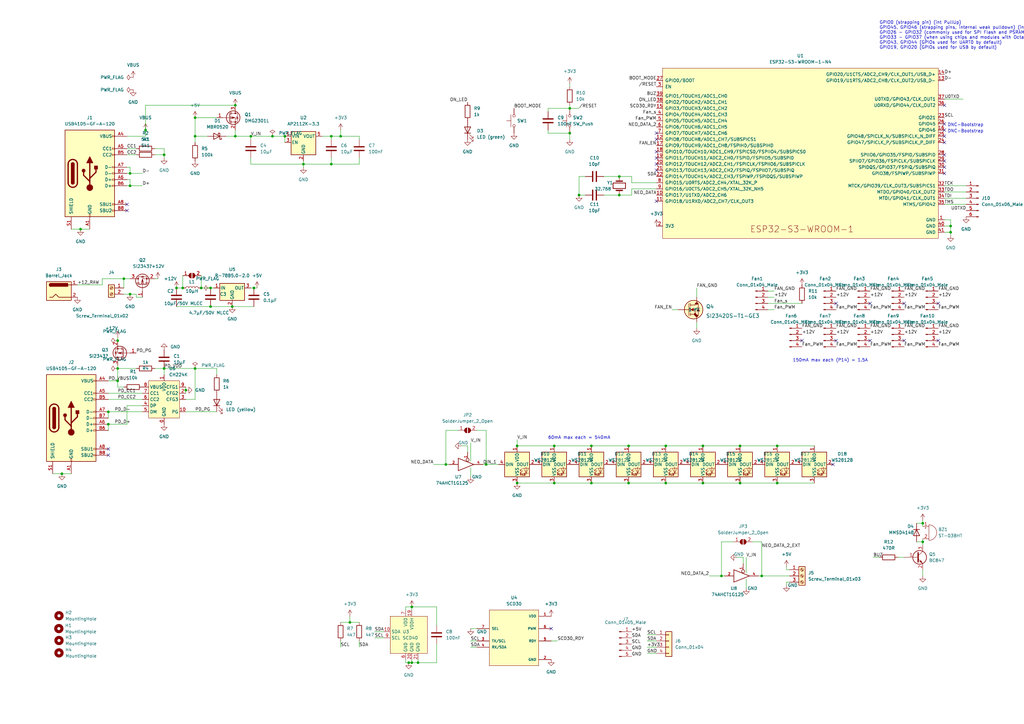
<source format=kicad_sch>
(kicad_sch (version 20211123) (generator eeschema)
  (paper "A3")
  (junction (at 257.81 198.12))
  (junction (at 378.46 214.63))
  (junction (at 53.34 76.2))
  (junction (at 96.52 43.18))
  (junction (at 288.29 182.88))
  (junction (at 143.51 255.27))
  (junction (at 312.42 236.22))
  (junction (at 254 72.39))
  (junction (at 254 80.01))
  (junction (at 303.53 198.12))
  (junction (at 53.34 120.65))
  (junction (at 257.81 182.88))
  (junction (at 44.45 173.99))
  (junction (at 303.53 182.88))
  (junction (at 227.33 182.88))
  (junction (at 95.25 125.73))
  (junction (at 59.69 53.34))
  (junction (at 199.39 190.5))
  (junction (at 50.8 114.3))
  (junction (at 237.49 80.01))
  (junction (at 111.76 55.88))
  (junction (at 389.89 92.71))
  (junction (at 295.91 236.22))
  (junction (at 82.55 118.11))
  (junction (at 67.31 63.5))
  (junction (at 182.88 190.5))
  (junction (at 378.46 222.25))
  (junction (at 167.64 271.78))
  (junction (at 318.77 182.88))
  (junction (at 80.01 55.88))
  (junction (at 53.34 71.12))
  (junction (at 135.89 55.88))
  (junction (at 242.57 198.12))
  (junction (at 227.33 198.12))
  (junction (at 212.09 198.12))
  (junction (at 86.36 118.11))
  (junction (at 124.46 67.31))
  (junction (at 72.39 118.11))
  (junction (at 86.36 125.73))
  (junction (at 273.05 198.12))
  (junction (at 116.84 55.88))
  (junction (at 80.01 48.26))
  (junction (at 74.93 118.11))
  (junction (at 25.4 194.31))
  (junction (at 171.45 271.78))
  (junction (at 168.91 248.92))
  (junction (at 212.09 182.88))
  (junction (at 48.26 151.13))
  (junction (at 104.14 118.11))
  (junction (at 44.45 168.91))
  (junction (at 48.26 156.21))
  (junction (at 242.57 182.88))
  (junction (at 233.68 44.45))
  (junction (at 48.26 139.7))
  (junction (at 168.91 271.78))
  (junction (at 318.77 198.12))
  (junction (at 233.68 54.61))
  (junction (at 273.05 182.88))
  (junction (at 288.29 198.12))
  (junction (at 76.2 160.02))
  (junction (at 102.87 55.88))
  (junction (at 80.01 151.13))
  (junction (at 96.52 55.88))
  (junction (at 139.7 55.88))
  (junction (at 135.89 67.31))
  (junction (at 67.31 151.13))
  (junction (at 33.02 93.98))
  (junction (at 389.89 95.25))
  (no_connect (at 387.35 55.88))
  (no_connect (at 356.87 139.7))
  (no_connect (at 387.35 53.34))
  (no_connect (at 370.84 124.46))
  (no_connect (at 387.35 63.5))
  (no_connect (at 269.24 54.61))
  (no_connect (at 387.35 58.42))
  (no_connect (at 269.24 64.77))
  (no_connect (at 384.81 124.46))
  (no_connect (at 52.07 83.82))
  (no_connect (at 356.87 124.46))
  (no_connect (at 387.35 50.8))
  (no_connect (at 387.35 68.58))
  (no_connect (at 44.45 186.69))
  (no_connect (at 269.24 69.85))
  (no_connect (at 341.63 190.5))
  (no_connect (at 387.35 66.04))
  (no_connect (at 342.9 124.46))
  (no_connect (at 269.24 82.55))
  (no_connect (at 269.24 57.15))
  (no_connect (at 269.24 67.31))
  (no_connect (at 226.06 257.81))
  (no_connect (at 342.9 139.7))
  (no_connect (at 384.81 139.7))
  (no_connect (at 44.45 184.15))
  (no_connect (at 328.93 139.7))
  (no_connect (at 269.24 62.23))
  (no_connect (at 387.35 43.18))
  (no_connect (at 52.07 86.36))
  (no_connect (at 387.35 71.12))
  (no_connect (at 370.84 139.7))
  (wire (pts (xy 193.04 257.81) (xy 195.58 257.81)))
  (wire (pts (xy 375.92 222.25) (xy 378.46 222.25)))
  (wire (pts (xy 254 80.01) (xy 259.08 80.01)))
  (wire (pts (xy 104.14 118.11) (xy 105.41 118.11)))
  (wire (pts (xy 76.2 168.91) (xy 88.9 168.91)))
  (wire (pts (xy 25.4 194.31) (xy 29.21 194.31)))
  (wire (pts (xy 226.06 262.89) (xy 228.6 262.89)))
  (wire (pts (xy 80.01 151.13) (xy 88.9 151.13)))
  (wire (pts (xy 143.51 252.73) (xy 143.51 255.27)))
  (wire (pts (xy 58.42 121.92) (xy 55.88 121.92)))
  (wire (pts (xy 88.9 151.13) (xy 88.9 153.67)))
  (wire (pts (xy 143.51 255.27) (xy 147.32 255.27)))
  (wire (pts (xy 74.93 113.03) (xy 74.93 118.11)))
  (wire (pts (xy 139.7 53.34) (xy 139.7 55.88)))
  (wire (pts (xy 167.64 271.78) (xy 168.91 271.78)))
  (wire (pts (xy 247.65 72.39) (xy 254 72.39)))
  (wire (pts (xy 76.2 160.02) (xy 76.2 161.29)))
  (wire (pts (xy 168.91 248.92) (xy 168.91 250.19)))
  (wire (pts (xy 358.14 228.6) (xy 360.68 228.6)))
  (wire (pts (xy 179.07 271.78) (xy 171.45 271.78)))
  (wire (pts (xy 80.01 48.26) (xy 80.01 55.88)))
  (wire (pts (xy 139.7 255.27) (xy 143.51 255.27)))
  (wire (pts (xy 212.09 182.88) (xy 227.33 182.88)))
  (wire (pts (xy 288.29 182.88) (xy 303.53 182.88)))
  (wire (pts (xy 44.45 161.29) (xy 58.42 161.29)))
  (wire (pts (xy 80.01 151.13) (xy 80.01 163.83)))
  (wire (pts (xy 86.36 118.11) (xy 87.63 118.11)))
  (wire (pts (xy 265.43 267.97) (xy 269.24 267.97)))
  (wire (pts (xy 53.34 76.2) (xy 58.42 76.2)))
  (wire (pts (xy 314.96 124.46) (xy 328.93 124.46)))
  (wire (pts (xy 387.35 90.17) (xy 389.89 90.17)))
  (wire (pts (xy 58.42 166.37) (xy 52.07 166.37)))
  (wire (pts (xy 322.58 232.41) (xy 322.58 233.68)))
  (wire (pts (xy 44.45 163.83) (xy 58.42 163.83)))
  (wire (pts (xy 67.31 153.67) (xy 67.31 151.13)))
  (wire (pts (xy 139.7 55.88) (xy 147.32 55.88)))
  (wire (pts (xy 135.89 55.88) (xy 135.89 57.15)))
  (wire (pts (xy 265.43 260.35) (xy 269.24 260.35)))
  (wire (pts (xy 48.26 138.43) (xy 48.26 139.7)))
  (wire (pts (xy 48.26 151.13) (xy 48.26 156.21)))
  (wire (pts (xy 53.34 73.66) (xy 53.34 76.2)))
  (wire (pts (xy 312.42 222.25) (xy 312.42 236.22)))
  (wire (pts (xy 318.77 198.12) (xy 334.01 198.12)))
  (wire (pts (xy 67.31 60.96) (xy 63.5 60.96)))
  (wire (pts (xy 132.08 55.88) (xy 135.89 55.88)))
  (wire (pts (xy 233.68 34.29) (xy 233.68 35.56)))
  (wire (pts (xy 36.83 93.98) (xy 33.02 93.98)))
  (wire (pts (xy 193.04 181.61) (xy 193.04 189.23)))
  (wire (pts (xy 80.01 48.26) (xy 88.9 48.26)))
  (wire (pts (xy 147.32 67.31) (xy 135.89 67.31)))
  (wire (pts (xy 48.26 149.86) (xy 48.26 151.13)))
  (wire (pts (xy 41.91 116.84) (xy 41.91 114.3)))
  (wire (pts (xy 233.68 43.18) (xy 233.68 44.45)))
  (wire (pts (xy 240.03 72.39) (xy 237.49 72.39)))
  (wire (pts (xy 166.37 250.19) (xy 166.37 248.92)))
  (wire (pts (xy 314.96 121.92) (xy 317.5 121.92)))
  (wire (pts (xy 179.07 248.92) (xy 168.91 248.92)))
  (wire (pts (xy 257.81 198.12) (xy 273.05 198.12)))
  (wire (pts (xy 273.05 198.12) (xy 288.29 198.12)))
  (wire (pts (xy 387.35 95.25) (xy 389.89 95.25)))
  (wire (pts (xy 48.26 158.75) (xy 48.26 156.21)))
  (wire (pts (xy 368.3 228.6) (xy 370.84 228.6)))
  (wire (pts (xy 50.8 120.65) (xy 53.34 120.65)))
  (wire (pts (xy 259.08 80.01) (xy 259.08 77.47)))
  (wire (pts (xy 191.77 182.88) (xy 191.77 185.42)))
  (wire (pts (xy 304.8 228.6) (xy 304.8 231.14)))
  (wire (pts (xy 80.01 55.88) (xy 80.01 58.42)))
  (wire (pts (xy 378.46 213.36) (xy 378.46 214.63)))
  (wire (pts (xy 21.59 194.31) (xy 25.4 194.31)))
  (wire (pts (xy 44.45 173.99) (xy 52.07 173.99)))
  (wire (pts (xy 44.45 168.91) (xy 44.45 171.45)))
  (wire (pts (xy 300.99 222.25) (xy 295.91 222.25)))
  (wire (pts (xy 389.89 90.17) (xy 389.89 92.71)))
  (wire (pts (xy 44.45 168.91) (xy 58.42 168.91)))
  (wire (pts (xy 233.68 44.45) (xy 224.79 44.45)))
  (wire (pts (xy 179.07 256.54) (xy 179.07 248.92)))
  (wire (pts (xy 179.07 264.16) (xy 179.07 271.78)))
  (wire (pts (xy 64.77 114.3) (xy 63.5 114.3)))
  (wire (pts (xy 318.77 182.88) (xy 334.01 182.88)))
  (wire (pts (xy 378.46 233.68) (xy 378.46 236.22)))
  (wire (pts (xy 53.34 68.58) (xy 53.34 71.12)))
  (wire (pts (xy 295.91 222.25) (xy 295.91 236.22)))
  (wire (pts (xy 182.88 190.5) (xy 184.15 190.5)))
  (wire (pts (xy 124.46 67.31) (xy 124.46 68.58)))
  (wire (pts (xy 41.91 114.3) (xy 50.8 114.3)))
  (wire (pts (xy 52.07 71.12) (xy 53.34 71.12)))
  (wire (pts (xy 59.69 43.18) (xy 96.52 43.18)))
  (wire (pts (xy 275.59 127) (xy 278.13 127)))
  (wire (pts (xy 182.88 176.53) (xy 182.88 190.5)))
  (wire (pts (xy 375.92 214.63) (xy 378.46 214.63)))
  (wire (pts (xy 85.09 55.88) (xy 80.01 55.88)))
  (wire (pts (xy 314.96 119.38) (xy 317.5 119.38)))
  (wire (pts (xy 82.55 118.11) (xy 86.36 118.11)))
  (wire (pts (xy 135.89 55.88) (xy 139.7 55.88)))
  (wire (pts (xy 82.55 113.03) (xy 82.55 118.11)))
  (wire (pts (xy 265.43 265.43) (xy 269.24 265.43)))
  (wire (pts (xy 306.07 237.49) (xy 306.07 241.3)))
  (wire (pts (xy 193.04 265.43) (xy 195.58 265.43)))
  (wire (pts (xy 50.8 158.75) (xy 48.26 158.75)))
  (wire (pts (xy 147.32 55.88) (xy 147.32 57.15)))
  (wire (pts (xy 44.45 173.99) (xy 44.45 176.53)))
  (wire (pts (xy 153.67 261.62) (xy 157.48 261.62)))
  (wire (pts (xy 67.31 63.5) (xy 67.31 64.77)))
  (wire (pts (xy 387.35 92.71) (xy 389.89 92.71)))
  (wire (pts (xy 285.75 118.11) (xy 285.75 121.92)))
  (wire (pts (xy 31.75 116.84) (xy 41.91 116.84)))
  (wire (pts (xy 212.09 198.12) (xy 227.33 198.12)))
  (wire (pts (xy 44.45 156.21) (xy 48.26 156.21)))
  (wire (pts (xy 52.07 73.66) (xy 53.34 73.66)))
  (wire (pts (xy 168.91 270.51) (xy 168.91 271.78)))
  (wire (pts (xy 387.35 40.64) (xy 394.97 40.64)))
  (wire (pts (xy 322.58 233.68) (xy 323.85 233.68)))
  (wire (pts (xy 378.46 220.98) (xy 378.46 222.25)))
  (wire (pts (xy 378.46 214.63) (xy 378.46 215.9)))
  (wire (pts (xy 86.36 125.73) (xy 95.25 125.73)))
  (wire (pts (xy 102.87 67.31) (xy 124.46 67.31)))
  (wire (pts (xy 50.8 114.3) (xy 53.34 114.3)))
  (wire (pts (xy 227.33 198.12) (xy 242.57 198.12)))
  (wire (pts (xy 76.2 158.75) (xy 76.2 160.02)))
  (wire (pts (xy 67.31 151.13) (xy 63.5 151.13)))
  (wire (pts (xy 312.42 222.25) (xy 308.61 222.25)))
  (wire (pts (xy 237.49 80.01) (xy 240.03 80.01)))
  (wire (pts (xy 199.39 176.53) (xy 195.58 176.53)))
  (wire (pts (xy 269.24 74.93) (xy 259.08 74.93)))
  (wire (pts (xy 52.07 55.88) (xy 59.69 55.88)))
  (wire (pts (xy 52.07 68.58) (xy 53.34 68.58)))
  (wire (pts (xy 302.26 228.6) (xy 304.8 228.6)))
  (wire (pts (xy 285.75 134.62) (xy 285.75 132.08)))
  (wire (pts (xy 290.83 236.22) (xy 295.91 236.22)))
  (wire (pts (xy 177.8 190.5) (xy 182.88 190.5)))
  (wire (pts (xy 242.57 182.88) (xy 257.81 182.88)))
  (wire (pts (xy 311.15 236.22) (xy 312.42 236.22)))
  (wire (pts (xy 259.08 77.47) (xy 269.24 77.47)))
  (wire (pts (xy 212.09 180.34) (xy 212.09 182.88)))
  (wire (pts (xy 59.69 53.34) (xy 59.69 43.18)))
  (wire (pts (xy 259.08 72.39) (xy 254 72.39)))
  (wire (pts (xy 387.35 78.74) (xy 396.24 78.74)))
  (wire (pts (xy 72.39 118.11) (xy 74.93 118.11)))
  (wire (pts (xy 166.37 270.51) (xy 166.37 271.78)))
  (wire (pts (xy 166.37 271.78) (xy 167.64 271.78)))
  (wire (pts (xy 52.07 76.2) (xy 53.34 76.2)))
  (wire (pts (xy 259.08 74.93) (xy 259.08 72.39)))
  (wire (pts (xy 72.39 125.73) (xy 86.36 125.73)))
  (wire (pts (xy 102.87 57.15) (xy 102.87 55.88)))
  (wire (pts (xy 198.12 190.5) (xy 199.39 190.5)))
  (wire (pts (xy 95.25 125.73) (xy 104.14 125.73)))
  (wire (pts (xy 55.88 121.92) (xy 55.88 120.65)))
  (wire (pts (xy 55.88 151.13) (xy 48.26 151.13)))
  (wire (pts (xy 67.31 63.5) (xy 67.31 60.96)))
  (wire (pts (xy 52.07 63.5) (xy 55.88 63.5)))
  (wire (pts (xy 322.58 238.76) (xy 322.58 240.03)))
  (wire (pts (xy 166.37 248.92) (xy 168.91 248.92)))
  (wire (pts (xy 306.07 228.6) (xy 306.07 234.95)))
  (wire (pts (xy 303.53 182.88) (xy 318.77 182.88)))
  (wire (pts (xy 102.87 55.88) (xy 111.76 55.88)))
  (wire (pts (xy 153.67 259.08) (xy 157.48 259.08)))
  (wire (pts (xy 52.07 166.37) (xy 52.07 173.99)))
  (wire (pts (xy 80.01 163.83) (xy 76.2 163.83)))
  (wire (pts (xy 199.39 190.5) (xy 204.47 190.5)))
  (wire (pts (xy 92.71 55.88) (xy 96.52 55.88)))
  (wire (pts (xy 193.04 191.77) (xy 193.04 195.58)))
  (wire (pts (xy 242.57 198.12) (xy 257.81 198.12)))
  (wire (pts (xy 273.05 182.88) (xy 288.29 182.88)))
  (wire (pts (xy 303.53 198.12) (xy 318.77 198.12)))
  (wire (pts (xy 224.79 54.61) (xy 224.79 53.34)))
  (wire (pts (xy 59.69 55.88) (xy 59.69 53.34)))
  (wire (pts (xy 227.33 182.88) (xy 242.57 182.88)))
  (wire (pts (xy 147.32 64.77) (xy 147.32 67.31)))
  (wire (pts (xy 135.89 67.31) (xy 124.46 67.31)))
  (wire (pts (xy 96.52 55.88) (xy 96.52 53.34)))
  (wire (pts (xy 224.79 54.61) (xy 233.68 54.61)))
  (wire (pts (xy 323.85 238.76) (xy 322.58 238.76)))
  (wire (pts (xy 52.07 60.96) (xy 55.88 60.96)))
  (wire (pts (xy 233.68 44.45) (xy 237.49 44.45)))
  (wire (pts (xy 224.79 44.45) (xy 224.79 45.72)))
  (wire (pts (xy 67.31 151.13) (xy 80.01 151.13)))
  (wire (pts (xy 63.5 63.5) (xy 67.31 63.5)))
  (wire (pts (xy 389.89 92.71) (xy 389.89 95.25)))
  (wire (pts (xy 139.7 262.89) (xy 139.7 265.43)))
  (wire (pts (xy 50.8 114.3) (xy 50.8 118.11)))
  (wire (pts (xy 199.39 190.5) (xy 199.39 176.53)))
  (wire (pts (xy 116.84 55.88) (xy 116.84 58.42)))
  (wire (pts (xy 265.43 262.89) (xy 269.24 262.89)))
  (wire (pts (xy 387.35 76.2) (xy 396.24 76.2)))
  (wire (pts (xy 288.29 198.12) (xy 303.53 198.12)))
  (wire (pts (xy 378.46 222.25) (xy 378.46 223.52)))
  (wire (pts (xy 189.23 182.88) (xy 191.77 182.88)))
  (wire (pts (xy 111.76 55.88) (xy 116.84 55.88)))
  (wire (pts (xy 171.45 271.78) (xy 168.91 271.78)))
  (wire (pts (xy 102.87 64.77) (xy 102.87 67.31)))
  (wire (pts (xy 237.49 72.39) (xy 237.49 80.01)))
  (wire (pts (xy 187.96 176.53) (xy 182.88 176.53)))
  (wire (pts (xy 233.68 57.15) (xy 233.68 54.61)))
  (wire (pts (xy 389.89 95.25) (xy 389.89 96.52)))
  (wire (pts (xy 314.96 127) (xy 317.5 127)))
  (wire (pts (xy 53.34 71.12) (xy 58.42 71.12)))
  (wire (pts (xy 147.32 262.89) (xy 147.32 265.43)))
  (wire (pts (xy 247.65 80.01) (xy 254 80.01)))
  (wire (pts (xy 193.04 262.89) (xy 195.58 262.89)))
  (wire (pts (xy 387.35 81.28) (xy 396.24 81.28)))
  (wire (pts (xy 312.42 236.22) (xy 323.85 236.22)))
  (wire (pts (xy 124.46 66.04) (xy 124.46 67.31)))
  (wire (pts (xy 29.21 93.98) (xy 33.02 93.98)))
  (wire (pts (xy 387.35 83.82) (xy 396.24 83.82)))
  (wire (pts (xy 135.89 64.77) (xy 135.89 67.31)))
  (wire (pts (xy 102.87 118.11) (xy 104.14 118.11)))
  (wire (pts (xy 55.88 120.65) (xy 53.34 120.65)))
  (wire (pts (xy 295.91 236.22) (xy 297.18 236.22)))
  (wire (pts (xy 171.45 270.51) (xy 171.45 271.78)))
  (wire (pts (xy 96.52 55.88) (xy 102.87 55.88)))
  (wire (pts (xy 257.81 182.88) (xy 273.05 182.88)))
  (text "DNC-Bootstrap" (at 388.62 54.61 0) (effects (font (size 1.27 1.27)) (justify left bottom)))
  (text "60mA max each = 540mA" (at 224.79 180.34 0) (effects (font (size 1.27 1.27)) (justify left bottom)))
  (text "GPIO0 (strapping pin) (int PullUp)\nGPIO45, GPIO46 (strapping pins, internal weak pulldown) (int pullDown)\nGPIO26 - GPIO32 (commonly used for SPI Flash and PSRAM)\nGPIO33 - GPIO37 (when using chips and modules with Octal SPI Flash or Octal PSRAM)\nGPIO43, GPIO44 (GPIOs used for UART0 by default)\nGPIO19, GPIO20 (GPIOs used for USB by default)" (at 360.68 20.32 0) (effects (font (size 1.27 1.27)) (justify left bottom)))
  (text "150mA max each (P14) = 1.5A" (at 325.12 148.59 0) (effects (font (size 1.27 1.27)) (justify left bottom)))
  (text "DNC-Bootstrap" (at 388.62 52.07 0) (effects (font (size 1.27 1.27)) (justify left bottom)))
  (label "{slash}RESET" (at 237.49 44.45 0))
  (label "PD_PG" (at 80.01 168.91 0))
  (label "TMS" (at 387.35 83.82 0))
  (label "NEO_DATA" (at 177.8 190.5 180))
  (label "SCL" (at 387.35 48.26 0))
  (label "D-" (at 387.35 33.02 0))
  (label "SCL" (at 259.08 264.16 0))
  (label "V_IN" (at 193.04 181.61 0))
  (label "SCL" (at 193.04 262.89 0))
  (label "FAN_EN" (at 269.24 59.69 180))
  (label "FAN_GND" (at 370.84 119.38 0))
  (label "Fan_PWM" (at 384.81 142.24 0))
  (label "SDA" (at 153.67 259.08 0))
  (label "GND" (at 259.08 266.7 0))
  (label "V_IN" (at 102.87 55.88 0))
  (label "SCL" (at 139.7 265.43 0))
  (label "NEO_DATA_2" (at 290.83 236.22 180))
  (label "TCK" (at 387.35 76.2 0))
  (label "TDO" (at 387.35 78.74 0))
  (label "D-" (at 58.42 71.12 0))
  (label "U0TXD" (at 387.35 40.64 0))
  (label "Fan_PWM" (at 342.9 142.24 0))
  (label "+12V" (at 342.9 121.92 0))
  (label "Fan_PWM" (at 356.87 127 0))
  (label "DIN_1" (at 198.12 190.5 0))
  (label "SDA" (at 259.08 261.62 0))
  (label "SCL" (at 153.67 261.62 0))
  (label "Fan_PWM" (at 370.84 127 0))
  (label "ON_LED" (at 269.24 41.91 180))
  (label "BOOT_MODE" (at 269.24 33.02 180))
  (label "+12_RAW" (at 31.75 116.84 0))
  (label "SDA" (at 265.43 262.89 0))
  (label "Fan_PWM" (at 342.9 127 0))
  (label "+12V" (at 370.84 121.92 0))
  (label "U0TXD" (at 396.24 86.36 180))
  (label "GND" (at 265.43 267.97 0))
  (label "FAN_GND" (at 285.75 118.11 0))
  (label "GND" (at 259.08 269.24 0))
  (label "ON_LED" (at 191.77 41.91 180))
  (label "V_IN" (at 306.07 228.6 0))
  (label "{slash}RESET" (at 269.24 35.56 180))
  (label "FAN_GND" (at 384.81 134.62 0))
  (label "FAN_GND" (at 328.93 134.62 0))
  (label "FAN_GND" (at 356.87 119.38 0))
  (label "+12V" (at 328.93 137.16 0))
  (label "FAN_GND" (at 317.5 119.38 0))
  (label "+12V" (at 356.87 121.92 0))
  (label "PD_CC2" (at 48.26 163.83 0))
  (label "+12V" (at 384.81 121.92 0))
  (label "TDI" (at 387.35 81.28 0))
  (label "Fan_PWM" (at 384.81 127 0))
  (label "Fan_PWM" (at 370.84 142.24 0))
  (label "+12V" (at 370.84 137.16 0))
  (label "+12V" (at 342.9 137.16 0))
  (label "PD_D-" (at 46.99 168.91 0))
  (label "BUZ" (at 269.24 39.37 180))
  (label "FAN_GND" (at 370.84 134.62 0))
  (label "BOOT_MODE" (at 210.82 44.45 0))
  (label "Fan_PWM" (at 317.5 127 0))
  (label "NEO_DATA" (at 269.24 80.01 180))
  (label "SCL" (at 265.43 260.35 0))
  (label "PD_D+" (at 46.99 173.99 0))
  (label "FAN_GND" (at 384.81 119.38 0))
  (label "BUZ" (at 358.14 228.6 0))
  (label "+12V" (at 356.87 137.16 0))
  (label "CC1" (at 52.07 60.96 0))
  (label "SDA" (at 147.32 265.43 0))
  (label "V_IN" (at 212.09 180.34 0))
  (label "PD_CC1" (at 48.26 161.29 0))
  (label "+12V" (at 384.81 137.16 0))
  (label "+5V" (at 259.08 259.08 0))
  (label "+3V3" (at 265.43 265.43 0))
  (label "PD_PG" (at 55.88 144.78 0))
  (label "NEO_DATA_2_EXT" (at 312.42 224.79 0))
  (label "D+" (at 387.35 30.48 0))
  (label "NEO_DATA_2" (at 269.24 52.07 180))
  (label "Fan_s" (at 317.5 124.46 0))
  (label "Fan_s" (at 269.24 46.99 180))
  (label "FAN_EN" (at 275.59 127 180))
  (label "SCD30_RDY" (at 228.6 262.89 0))
  (label "FAN_GND" (at 342.9 119.38 0))
  (label "FAN_GND" (at 356.87 134.62 0))
  (label "PD_VDD" (at 67.31 151.13 0))
  (label "SCD30_RDY" (at 269.24 44.45 180))
  (label "+12V" (at 317.5 121.92 0))
  (label "FAN_GND" (at 342.9 134.62 0))
  (label "D+" (at 58.42 76.2 0))
  (label "CC2" (at 52.07 63.5 0))
  (label "PD_VBUS" (at 44.45 156.21 0))
  (label "SDA" (at 269.24 72.39 180))
  (label "Fan_PWM" (at 356.87 142.24 0))
  (label "Fan_PWM" (at 328.93 142.24 0))
  (label "SDA" (at 193.04 265.43 0))
  (label "Fan_PWM" (at 269.24 49.53 180))
  (symbol (lib_id "Connector:Conn_01x04_Male") (at 365.76 121.92 0) (unit 1)
    (property "Reference" "Fan4" (at 366.395 114.3 0))
    (property "Value" "Conn_01x04_Male" (at 366.395 116.84 0))
    (property "Footprint" "Connector_Molex:Molex_KK-254_AE-6410-04A_1x04_P2.54mm_Vertical" (effects hide))
  )
  (symbol (lib_id "Device:Crystal") (at 254 76.2 90) (unit 1) (in_bom no)
    (property "Reference" "Y1" (at 248.92 74.93 90) (effects (justify right)))
    (property "Value" "32.768" (at 243.84 77.47 90) (effects (justify right)))
    (property "Footprint" "Crystal:Crystal_SMD_3215-2Pin_3.2x1.5mm" (effects hide))
    (property "Digikey" "CM7VT1A32.768KHZ125PF20PPMTBQAT3" (effects hide))
  )
  (symbol (lib_id "Device:R") (at 88.9 157.48 0) (unit 1)
    (property "Reference" "R6" (at 91.44 156.2099 0) (effects (justify left)))
    (property "Value" "1k" (at 91.44 158.7499 0) (effects (justify left)))
    (property "Footprint" "Resistor_SMD:R_0603_1608Metric" (effects hide))
  )
  (symbol (lib_id "Connector:Screw_Terminal_01x03") (at 328.93 236.22 0) (unit 1)
    (property "Reference" "J5" (at 331.47 234.9499 0) (effects (justify left)))
    (property "Value" "Screw_Terminal_01x03" (at 331.47 237.4899 0) (effects (justify left)))
    (property "Footprint" "TerminalBlock_Phoenix:TerminalBlock_Phoenix_MKDS-1,5-3-5.08_1x03_P5.08mm_Horizontal" (effects hide))
  )
  (symbol (lib_id "power:GND") (at 322.58 240.03 0) (unit 1)
    (property "Reference" "#PWR041" (effects hide))
    (property "Value" "GND" (at 325.12 240.03 0))
  )
  (symbol (lib_id "Device:C") (at 135.89 60.96 0) (unit 1)
    (property "Reference" "C6" (at 139.7 59.6899 0) (effects (justify left)))
    (property "Value" "10μF" (at 139.7 62.2299 0) (effects (justify left)))
    (property "Footprint" "Capacitor_SMD:C_0805_2012Metric" (effects hide))
  )
  (symbol (lib_id "power:+12V") (at 72.39 118.11 0) (unit 1)
    (property "Reference" "#PWR013" (effects hide))
    (property "Value" "+12V" (at 69.85 114.3 0))
  )
  (symbol (lib_id "LED:WS2812B") (at 288.29 190.5 0) (unit 1)
    (property "Reference" "D15" (at 299.72 186.1693 0))
    (property "Value" "WS2812B" (at 299.72 188.7093 0))
    (property "Footprint" "LED_SMD:LED_WS2812B_PLCC4_5.0x5.0mm_P3.2mm" (effects hide))
    (property "Datasheet" "https://cdn-shop.adafruit.com/datasheets/WS2812B.pdf" (effects hide))
  )
  (symbol (lib_name "+3V3_3") (lib_id "power:+3V3") (at 226.06 252.73 0) (unit 1)
    (property "Reference" "#PWR0103" (effects hide))
    (property "Value" "+3V3" (at 226.06 247.65 0))
  )
  (symbol (lib_id "Device:R") (at 54.61 158.75 90) (unit 1)
    (property "Reference" "R1" (at 54.61 152.4 90))
    (property "Value" "10k" (at 54.61 154.94 90))
    (property "Footprint" "Resistor_SMD:R_0603_1608Metric" (effects hide))
  )
  (symbol (lib_id "power:+12V") (at 48.26 138.43 0) (unit 1)
    (property "Reference" "#PWR04" (effects hide))
    (property "Value" "+12V" (at 45.72 134.62 0))
  )
  (symbol (lib_id "power:GND") (at 389.89 96.52 0) (unit 1)
    (property "Reference" "#PWR045" (effects hide))
    (property "Value" "GND" (at 389.89 101.6 0))
  )
  (symbol (lib_id "LED:WS2812B") (at 242.57 190.5 0) (unit 1)
    (property "Reference" "D12" (at 254 186.1693 0))
    (property "Value" "WS2812B" (at 254 188.7093 0))
    (property "Footprint" "LED_SMD:LED_WS2812B_PLCC4_5.0x5.0mm_P3.2mm" (effects hide))
    (property "Datasheet" "https://cdn-shop.adafruit.com/datasheets/WS2812B.pdf" (effects hide))
  )
  (symbol (lib_id "Device:R") (at 80.01 62.23 180) (unit 1)
    (property "Reference" "R5" (at 82.55 60.9599 0) (effects (justify right)))
    (property "Value" "100k" (at 82.55 63.4999 0) (effects (justify right)))
    (property "Footprint" "Resistor_SMD:R_0603_1608Metric" (effects hide))
  )
  (symbol (lib_id "Mechanical:MountingHole") (at 24.1932 252.5401 0) (unit 1) (in_bom no)
    (property "Reference" "H2" (at 26.7332 251.27 0) (effects (justify left)))
    (property "Value" "MountingHole" (at 26.7332 253.81 0) (effects (justify left)))
    (property "Footprint" "MountingHole:MountingHole_3.5mm" (effects hide))
  )
  (symbol (lib_id "power:GND") (at 233.68 57.15 0) (unit 1)
    (property "Reference" "#PWR034" (effects hide))
    (property "Value" "GND" (at 233.68 62.23 0))
  )
  (symbol (lib_id "Connector:USB_C_Receptacle_USB2.0") (at 36.83 71.12 0) (unit 1)
    (property "Reference" "J1" (at 36.83 48.26 0))
    (property "Value" "USB4105-GF-A-120" (at 36.83 50.8 0))
    (property "Footprint" "Connector_USB:USB_C_Receptacle_XKB_U262-16XN-4BVC11" (effects hide))
    (property "Datasheet" "https://gct.co/files/drawings/usb4105.pdf" (effects hide))
    (property "DigiKey" "https://www.digikey.co.nz/en/products/detail/gct/USB4105-GF-A-120/14559037" (effects hide))
    (property "JLCPCB" "TYPE-C-31-M-12" (effects hide))
  )
  (symbol (lib_id "power:GND") (at 33.02 93.98 0) (unit 1)
    (property "Reference" "#PWR03" (effects hide))
    (property "Value" "GND" (at 33.02 99.06 0))
  )
  (symbol (lib_id "power:GND") (at 189.23 182.88 270) (unit 1)
    (property "Reference" "#PWR025" (effects hide))
    (property "Value" "GND" (at 187.96 181.61 90) (effects (justify left)))
  )
  (symbol (lib_id "Device:R") (at 191.77 45.72 0) (unit 1)
    (property "Reference" "R9" (at 194.31 44.4499 0) (effects (justify left)))
    (property "Value" "1k" (at 194.31 46.9899 0) (effects (justify left)))
    (property "Footprint" "Resistor_SMD:R_0603_1608Metric" (effects hide))
  )
  (symbol (lib_id "Connector_Generic:Conn_01x04") (at 274.32 262.89 0) (unit 1)
    (property "Reference" "J6" (at 276.86 262.8899 0) (effects (justify left)))
    (property "Value" "Conn_01x04" (at 276.86 265.4299 0) (effects (justify left)))
    (property "Footprint" "Connector_JST:JST_PH_B4B-PH-K_1x04_P2.00mm_Vertical" (effects hide))
  )
  (symbol (lib_id "CH224K_USB-C_PD_decoy:CH224K") (at 67.31 163.83 0) (unit 1)
    (property "Reference" "U6" (at 69.3294 151.13 0) (effects (justify left)))
    (property "Value" "CH224K" (at 69.3294 153.67 0) (effects (justify left)))
    (property "Footprint" "CH224K:CH224K-ESSOP-10" (effects hide))
  )
  (symbol (lib_id "Device:C") (at 243.84 80.01 90) (unit 1) (in_bom no)
    (property "Reference" "C11" (at 243.84 83.82 90))
    (property "Value" "10pF" (at 243.84 86.36 90))
    (property "Footprint" "Capacitor_SMD:C_0603_1608Metric" (effects hide))
  )
  (symbol (lib_id "Connector:Screw_Terminal_01x02") (at 45.72 118.11 0) (mirror y) (unit 1)
    (property "Reference" "J4" (at 45.72 111.76 0))
    (property "Value" "Screw_Terminal_01x02" (at 41.91 129.54 0))
    (property "Footprint" "TerminalBlock_Phoenix:TerminalBlock_Phoenix_MKDS-1,5-2-5.08_1x02_P5.08mm_Horizontal" (effects hide))
  )
  (symbol (lib_id "Device:R") (at 328.93 120.65 0) (unit 1)
    (property "Reference" "R11" (at 331.47 119.3799 0) (effects (justify left)))
    (property "Value" "10k" (at 331.47 121.9199 0) (effects (justify left)))
    (property "Footprint" "Resistor_SMD:R_0603_1608Metric" (effects hide))
  )
  (symbol (lib_id "power:GND") (at 76.2 160.02 90) (unit 1)
    (property "Reference" "#PWR014" (effects hide))
    (property "Value" "GND" (at 80.01 160.0199 90) (effects (justify right)))
  )
  (symbol (lib_id "Device:C") (at 147.32 60.96 0) (unit 1)
    (property "Reference" "C7" (at 151.13 59.6899 0) (effects (justify left)))
    (property "Value" "100nF" (at 151.13 62.2299 0) (effects (justify left)))
    (property "Footprint" "Capacitor_SMD:C_0603_1608Metric" (effects hide))
  )
  (symbol (lib_id "Jumper:SolderJumper_2_Open") (at 78.74 113.03 0) (unit 1) (in_bom no)
    (property "Reference" "JP1" (effects hide))
    (property "Value" "SolderJumper_2_Open" (effects hide))
    (property "Footprint" "Jumper:SolderJumper-2_P1.3mm_Open_TrianglePad1.0x1.5mm" (effects hide))
  )
  (symbol (lib_id "power:GND") (at 396.24 88.9 0) (unit 1)
    (property "Reference" "#PWR021" (effects hide))
    (property "Value" "GND" (at 396.24 93.98 0))
  )
  (symbol (lib_id "power:PWR_FLAG") (at 54.61 36.83 90) (unit 1)
    (property "Reference" "#FLG02" (effects hide))
    (property "Value" "PWR_FLAG" (at 50.8 36.8299 90) (effects (justify left)))
  )
  (symbol (lib_id "Device:LED") (at 88.9 165.1 90) (unit 1)
    (property "Reference" "D2" (at 92.71 165.4174 90) (effects (justify right)))
    (property "Value" "LED (yellow)" (at 92.71 167.9574 90) (effects (justify right)))
    (property "Footprint" "LED_SMD:LED_0805_2012Metric" (effects hide))
  )
  (symbol (lib_id "Connector:Conn_01x04_Male") (at 309.88 121.92 0) (unit 1)
    (property "Reference" "Fan1" (at 310.515 114.3 0))
    (property "Value" "Conn_01x04_Male" (at 310.515 116.84 0))
    (property "Footprint" "Connector_Molex:Molex_KK-254_AE-6410-04A_1x04_P2.54mm_Vertical" (effects hide))
  )
  (symbol (lib_name "+3V3_2") (lib_id "power:+3V3") (at 168.91 248.92 0) (unit 1)
    (property "Reference" "#PWR0102" (effects hide))
    (property "Value" "+3V3" (at 168.91 243.84 0))
  )
  (symbol (lib_id "power:PWR_FLAG") (at 48.26 139.7 90) (unit 1)
    (property "Reference" "#FLG05" (effects hide))
    (property "Value" "PWR_FLAG" (at 46.99 135.89 90))
  )
  (symbol (lib_name "+3V3_6") (lib_id "power:+3V3") (at 328.93 116.84 0) (unit 1)
    (property "Reference" "#PWR0106" (effects hide))
    (property "Value" "+3V3" (at 328.93 111.76 0))
  )
  (symbol (lib_id "Device:R") (at 139.7 259.08 180) (unit 1)
    (property "Reference" "R7" (at 142.24 257.8099 0) (effects (justify right)))
    (property "Value" "4k7" (at 142.24 260.3499 0) (effects (justify right)))
    (property "Footprint" "Resistor_SMD:R_0603_1608Metric" (effects hide))
  )
  (symbol (lib_id "power:GND") (at 191.77 57.15 0) (unit 1)
    (property "Reference" "#PWR026" (effects hide))
    (property "Value" "GND" (at 191.77 62.23 0))
  )
  (symbol (lib_id "LED:WS2812B") (at 212.09 190.5 0) (unit 1)
    (property "Reference" "D10" (at 223.52 186.1693 0))
    (property "Value" "WS2812B" (at 223.52 188.7093 0))
    (property "Footprint" "LED_SMD:LED_WS2812B_PLCC4_5.0x5.0mm_P3.2mm" (effects hide))
    (property "Datasheet" "https://cdn-shop.adafruit.com/datasheets/WS2812B.pdf" (effects hide))
  )
  (symbol (lib_id "Connector:Conn_01x04_Male") (at 365.76 137.16 0) (unit 1)
    (property "Reference" "Fan9" (at 366.395 129.54 0))
    (property "Value" "Conn_01x04_Male" (at 366.395 132.08 0))
    (property "Footprint" "Connector_Molex:Molex_KK-254_AE-6410-04A_1x04_P2.54mm_Vertical" (effects hide))
  )
  (symbol (lib_id "Device:R") (at 59.69 63.5 90) (unit 1)
    (property "Reference" "R3" (at 59.69 57.15 90))
    (property "Value" "5k1" (at 59.69 59.69 90))
    (property "Footprint" "Resistor_SMD:R_0603_1608Metric" (effects hide))
  )
  (symbol (lib_id "Device:C") (at 224.79 49.53 0) (unit 1)
    (property "Reference" "C9" (at 228.6 48.2599 0) (effects (justify left)))
    (property "Value" "100nF" (at 228.6 50.7999 0) (effects (justify left)))
    (property "Footprint" "Capacitor_SMD:C_0603_1608Metric" (effects hide))
  )
  (symbol (lib_id "power:GND") (at 193.04 195.58 0) (unit 1)
    (property "Reference" "#PWR027" (effects hide))
    (property "Value" "GND" (at 195.58 195.58 0))
  )
  (symbol (lib_id "SCD30:SCD30") (at 210.82 262.89 0) (unit 1) (in_bom no)
    (property "Reference" "U4" (at 210.82 245.11 0))
    (property "Value" "SCD30" (at 210.82 247.65 0))
    (property "Footprint" "SCD30:SCD30" (effects hide))
    (property "MAXIMUM_PACKAGE_HEIGHT" "7.0mm" (effects hide))
    (property "PARTREV" "D1" (effects hide))
    (property "MANUFACTURER" "Sensirion" (effects hide))
    (property "STANDARD" "Manufacturer Recommendations" (effects hide))
  )
  (symbol (lib_id "Device:Buzzer") (at 381 218.44 0) (unit 1)
    (property "Reference" "BZ1" (at 384.81 217.1699 0) (effects (justify left)))
    (property "Value" "ST-03BHT" (at 384.81 219.7099 0) (effects (justify left)))
    (property "Footprint" "ST-03BHT:XDCR_SMT-0827-S-HT-R" (effects hide))
    (property "Datasheet" "https://www.soberton.com/wp-content/uploads/2022/03/ST-03BHT.pdf" (effects hide))
    (property "DigiKey" "https://www.digikey.co.nz/en/products/detail/soberton-inc/ST-03BHT/16354830" (effects hide))
  )
  (symbol (lib_id "power:GND") (at 54.61 36.83 0) (unit 1)
    (property "Reference" "#PWR07" (effects hide))
    (property "Value" "GND" (at 54.61 41.91 0))
  )
  (symbol (lib_id "LED:WS2812B") (at 318.77 190.5 0) (unit 1)
    (property "Reference" "D17" (at 330.2 186.1693 0))
    (property "Value" "WS2812B" (at 330.2 188.7093 0))
    (property "Footprint" "LED_SMD:LED_WS2812B_PLCC4_5.0x5.0mm_P3.2mm" (effects hide))
    (property "Datasheet" "https://cdn-shop.adafruit.com/datasheets/WS2812B.pdf" (effects hide))
  )
  (symbol (lib_id "Transistor_FET:DMG2301L") (at 93.98 48.26 0) (unit 1)
    (property "Reference" "Q1" (at 100.33 46.9899 0) (effects (justify left)))
    (property "Value" "DMG2301L" (at 100.33 49.5299 0) (effects (justify left)))
    (property "Footprint" "Package_TO_SOT_SMD:SOT-23" (effects hide))
    (property "Datasheet" "https://www.diodes.com/assets/Datasheets/DMG2301L.pdf" (effects hide))
  )
  (symbol (lib_id "power:VBUS") (at 96.52 43.18 0) (unit 1)
    (property "Reference" "#PWR018" (effects hide))
    (property "Value" "VBUS" (at 96.52 38.1 0))
  )
  (symbol (lib_id "Regulator_Linear:AP2112K-3.3") (at 124.46 58.42 0) (unit 1)
    (property "Reference" "U2" (at 124.46 48.26 0))
    (property "Value" "AP2112K-3.3" (at 124.46 50.8 0))
    (property "Footprint" "Package_TO_SOT_SMD:SOT-23-5" (effects hide))
    (property "Datasheet" "https://www.diodes.com/assets/Datasheets/AP2112.pdf" (effects hide))
  )
  (symbol (lib_id "power:GND") (at 124.46 68.58 0) (unit 1)
    (property "Reference" "#PWR020" (effects hide))
    (property "Value" "GND" (at 124.46 73.66 0))
  )
  (symbol (lib_id "power:GND") (at 67.31 143.51 180) (unit 1)
    (property "Reference" "#PWR011" (effects hide))
    (property "Value" "GND" (at 69.85 142.2399 0) (effects (justify right)))
  )
  (symbol (lib_id "LED:WS2812B") (at 334.01 190.5 0) (unit 1)
    (property "Reference" "D18" (at 345.44 186.1693 0))
    (property "Value" "WS2812B" (at 345.44 188.7093 0))
    (property "Footprint" "LED_SMD:LED_WS2812B_PLCC4_5.0x5.0mm_P3.2mm" (effects hide))
    (property "Datasheet" "https://cdn-shop.adafruit.com/datasheets/WS2812B.pdf" (effects hide))
  )
  (symbol (lib_id "power:PWR_FLAG") (at 54.61 31.75 90) (unit 1)
    (property "Reference" "#FLG01" (effects hide))
    (property "Value" "PWR_FLAG" (at 50.8 31.7499 90) (effects (justify left)))
  )
  (symbol (lib_id "Regulator_Switching:R-78B5.0-2.0") (at 95.25 118.11 0) (unit 1)
    (property "Reference" "U5" (at 95.25 110.49 0))
    (property "Value" "R-78B5.0-2.0" (at 95.25 113.03 0))
    (property "Footprint" "Converter_DCDC:Converter_DCDC_RECOM_R-78B-2.0_THT" (effects hide))
    (property "Datasheet" "https://www.recom-power.com/pdf/Innoline/R-78Bxx-2.0.pdf" (effects hide))
    (property "Value2" "MEZD71202A-G" (effects hide))
    (property "Distro2" "https://nz.element14.com/monolithic-power-systems-mps/mezd71202a-g/dc-dc-converter-5v-2a/dp/3346295" (effects hide))
  )
  (symbol (lib_id "power:VBUS") (at 59.69 53.34 0) (unit 1)
    (property "Reference" "#PWR08" (effects hide))
    (property "Value" "VBUS" (at 59.69 48.26 0))
  )
  (symbol (lib_id "Device:R") (at 59.69 60.96 90) (unit 1)
    (property "Reference" "R2" (at 59.69 54.61 90))
    (property "Value" "5k1" (at 59.69 57.15 90))
    (property "Footprint" "Resistor_SMD:R_0603_1608Metric" (effects hide))
  )
  (symbol (lib_id "Mechanical:MountingHole") (at 24.13 257.81 0) (unit 1) (in_bom no)
    (property "Reference" "H1" (at 26.67 256.5399 0) (effects (justify left)))
    (property "Value" "MountingHole" (at 26.67 259.0799 0) (effects (justify left)))
    (property "Footprint" "MountingHole:MountingHole_3.5mm" (effects hide))
  )
  (symbol (lib_id "Connector:Conn_01x04_Male") (at 351.79 137.16 0) (unit 1)
    (property "Reference" "Fan8" (at 352.425 129.54 0))
    (property "Value" "Conn_01x04_Male" (at 352.425 132.08 0))
    (property "Footprint" "Connector_Molex:Molex_KK-254_AE-6410-04A_1x04_P2.54mm_Vertical" (effects hide))
  )
  (symbol (lib_id "power:GND") (at 212.09 198.12 0) (unit 1)
    (property "Reference" "#PWR030" (effects hide))
    (property "Value" "GND" (at 212.09 203.2 0))
  )
  (symbol (lib_id "power:PWR_FLAG") (at 80.01 151.13 0) (unit 1)
    (property "Reference" "#FLG0102" (effects hide))
    (property "Value" "PWR_FLAG" (at 82.55 149.8599 0) (effects (justify left)))
  )
  (symbol (lib_id "Transistor_FET:DMG2301L") (at 50.8 144.78 180) (unit 1)
    (property "Reference" "Q3" (at 44.45 143.5099 0) (effects (justify left)))
    (property "Value" "SI2343?" (at 44.45 146.0499 0) (effects (justify left)))
    (property "Footprint" "Package_TO_SOT_SMD:SOT-23" (effects hide))
    (property "Datasheet" "https://www.diodes.com/assets/Datasheets/DMG2301L.pdf" (effects hide))
  )
  (symbol (lib_id "LED:WS2812B") (at 227.33 190.5 0) (unit 1)
    (property "Reference" "D11" (at 238.76 186.1693 0))
    (property "Value" "WS2812B" (at 238.76 188.7093 0))
    (property "Footprint" "LED_SMD:LED_WS2812B_PLCC4_5.0x5.0mm_P3.2mm" (effects hide))
    (property "Datasheet" "https://cdn-shop.adafruit.com/datasheets/WS2812B.pdf" (effects hide))
  )
  (symbol (lib_id "Jumper:SolderJumper_2_Open") (at 191.77 176.53 0) (unit 1) (in_bom no)
    (property "Reference" "JP2" (at 191.77 170.18 0))
    (property "Value" "SolderJumper_2_Open" (at 191.77 172.72 0))
    (property "Footprint" "Jumper:SolderJumper-2_P1.3mm_Open_TrianglePad1.0x1.5mm" (effects hide))
  )
  (symbol (lib_id "power:GND") (at 193.04 257.81 0) (unit 1)
    (property "Reference" "#PWR028" (effects hide))
    (property "Value" "GND" (at 195.58 259.0799 0) (effects (justify left)))
  )
  (symbol (lib_id "Switch:SW_Push") (at 210.82 49.53 90) (unit 1)
    (property "Reference" "SW1" (at 212.09 49.5299 90) (effects (justify right)))
    (property "Value" "SW_Push" (effects hide))
    (property "Footprint" "Button_Switch_SMD:SW_Push_1P1T_NO_CK_KMR2" (effects hide))
    (property "Datasheet" "https://www.cuidevices.com/product/resource/digikeypdf/ts11.pdf" (effects hide))
    (property "DigiKey" "https://www.digikey.co.nz/en/products/detail/cui-devices/TS11-674-80-BK-160-RA-D/16562749" (effects hide))
  )
  (symbol (lib_id "Device:L") (at 78.74 118.11 90) (unit 1)
    (property "Reference" "L1" (at 78.74 115.57 90))
    (property "Value" "10μH" (at 78.74 119.38 90))
    (property "Footprint" "Inductor_SMD:L_Taiyo-Yuden_NR-60xx" (effects hide))
  )
  (symbol (lib_id "Device:LED") (at 191.77 53.34 90) (unit 1)
    (property "Reference" "D3" (at 195.58 53.6574 90) (effects (justify right)))
    (property "Value" "LED (green)" (at 195.58 56.1974 90) (effects (justify right)))
    (property "Footprint" "LED_SMD:LED_0805_2012Metric" (effects hide))
  )
  (symbol (lib_id "power:PWR_FLAG") (at 86.36 118.11 90) (unit 1)
    (property "Reference" "#FLG0101" (effects hide))
    (property "Value" "PWR_FLAG" (at 85.09 114.3 90))
  )
  (symbol (lib_id "Transistor_FET:DMG2301L") (at 58.42 116.84 90) (unit 1)
    (property "Reference" "Q2" (at 58.42 106.68 90))
    (property "Value" "SI2343?" (at 58.42 109.22 90))
    (property "Footprint" "Package_TO_SOT_SMD:SOT-23" (effects hide))
    (property "Datasheet" "https://www.diodes.com/assets/Datasheets/DMG2301L.pdf" (effects hide))
  )
  (symbol (lib_id "power:GND") (at 31.75 121.92 0) (unit 1)
    (property "Reference" "#PWR02" (effects hide))
    (property "Value" "GND" (at 31.75 127 0))
  )
  (symbol (lib_id "SCD40:SCD40") (at 167.64 260.35 0) (unit 1)
    (property "Reference" "U3" (at 165.1 259.08 0) (effects (justify left)))
    (property "Value" "SCD40" (at 165.1 261.62 0) (effects (justify left)))
    (property "Footprint" "SCD40:SCD40-D-R1" (effects hide))
  )
  (symbol (lib_id "Device:R") (at 364.49 228.6 90) (unit 1)
    (property "Reference" "R12" (at 364.49 222.25 90))
    (property "Value" "470R" (at 364.49 224.79 90))
    (property "Footprint" "Resistor_SMD:R_0603_1608Metric" (effects hide))
  )
  (symbol (lib_id "Connector:Conn_01x04_Male") (at 379.73 121.92 0) (unit 1)
    (property "Reference" "Fan5" (at 380.365 114.3 0))
    (property "Value" "Conn_01x04_Male" (at 380.365 116.84 0))
    (property "Footprint" "Connector_Molex:Molex_KK-254_AE-6410-04A_1x04_P2.54mm_Vertical" (effects hide))
  )
  (symbol (lib_id "Connector:Conn_01x06_Male") (at 401.32 81.28 0) (mirror y) (unit 1)
    (property "Reference" "J10" (at 402.59 81.2799 0) (effects (justify right)))
    (property "Value" "Conn_01x06_Male" (at 402.59 83.8199 0) (effects (justify right)))
    (property "Footprint" "Connector_PinHeader_2.54mm:PinHeader_1x06_P2.54mm_Vertical" (effects hide))
  )
  (symbol (lib_id "LED:WS2812B") (at 303.53 190.5 0) (unit 1)
    (property "Reference" "D16" (at 314.96 186.1693 0))
    (property "Value" "WS2812B" (at 314.96 188.7093 0))
    (property "Footprint" "LED_SMD:LED_WS2812B_PLCC4_5.0x5.0mm_P3.2mm" (effects hide))
    (property "Datasheet" "https://cdn-shop.adafruit.com/datasheets/WS2812B.pdf" (effects hide))
  )
  (symbol (lib_name "+3V3_1") (lib_id "power:+3V3") (at 143.51 252.73 0) (unit 1)
    (property "Reference" "#PWR0101" (effects hide))
    (property "Value" "+3V3" (at 143.51 247.65 0))
  )
  (symbol (lib_id "power:GND") (at 67.31 173.99 0) (unit 1)
    (property "Reference" "#PWR012" (effects hide))
    (property "Value" "GND" (at 67.31 179.07 0))
  )
  (symbol (lib_id "Mechanical:MountingHole") (at 24.1932 267.7801 0) (unit 1) (in_bom no)
    (property "Reference" "H4" (at 26.7332 266.51 0) (effects (justify left)))
    (property "Value" "MountingHole" (at 26.7332 269.05 0) (effects (justify left)))
    (property "Footprint" "MountingHole:MountingHole_3.5mm" (effects hide))
  )
  (symbol (lib_id "power:GND") (at 306.07 241.3 0) (unit 1)
    (property "Reference" "#PWR039" (effects hide))
    (property "Value" "GND" (at 308.61 241.3 0))
  )
  (symbol (lib_id "Mechanical:MountingHole") (at 24.1932 262.7001 0) (unit 1) (in_bom no)
    (property "Reference" "H3" (at 26.7332 261.43 0) (effects (justify left)))
    (property "Value" "MountingHole" (at 26.7332 263.97 0) (effects (justify left)))
    (property "Footprint" "MountingHole:MountingHole_3.5mm" (effects hide))
  )
  (symbol (lib_id "Connector:USB_C_Receptacle_USB2.0") (at 29.21 171.45 0) (unit 1)
    (property "Reference" "J2" (at 29.21 148.59 0))
    (property "Value" "USB4105-GF-A-120" (at 29.21 151.13 0))
    (property "Footprint" "Connector_USB:USB_C_Receptacle_XKB_U262-16XN-4BVC11" (effects hide))
    (property "Datasheet" "https://media.digikey.com/pdf/Data%20Sheets/GCT%20PDFs/USB4125%20-%20Product%20Drawing.pdf" (effects hide))
    (property "DigiKey" "https://www.digikey.co.nz/en/products/detail/gct/USB4125-GF-A/13547388" (effects hide))
    (property "JLCPCB" "TYPE-C-31-M-12" (effects hide))
  )
  (symbol (lib_id "power:PWR_FLAG") (at 111.76 55.88 0) (unit 1)
    (property "Reference" "#FLG04" (effects hide))
    (property "Value" "PWR_FLAG" (at 114.3 54.6099 0) (effects (justify left)))
  )
  (symbol (lib_id "Device:R") (at 59.69 151.13 90) (unit 1)
    (property "Reference" "R4" (at 59.69 151.13 90))
    (property "Value" "1k" (at 59.69 148.59 90))
    (property "Footprint" "Resistor_SMD:R_0603_1608Metric" (effects hide))
  )
  (symbol (lib_id "Connector:Conn_01x04_Male") (at 323.85 137.16 0) (unit 1)
    (property "Reference" "Fan6" (at 324.485 129.54 0))
    (property "Value" "Conn_01x04_Male" (at 324.485 132.08 0))
    (property "Footprint" "Connector_Molex:Molex_KK-254_AE-6410-04A_1x04_P2.54mm_Vertical" (effects hide))
  )
  (symbol (lib_id "power:+12V") (at 64.77 114.3 0) (unit 1)
    (property "Reference" "#PWR09" (effects hide))
    (property "Value" "+12V" (at 64.77 109.22 0))
  )
  (symbol (lib_id "Device:C") (at 86.36 121.92 0) (unit 1)
    (property "Reference" "C3" (at 90.17 120.6499 0) (effects (justify left)))
    (property "Value" "4.7μF/50V MLCC" (at 77.47 128.27 0) (effects (justify left)))
    (property "Footprint" "Capacitor_SMD:C_1210_3225Metric" (effects hide))
  )
  (symbol (lib_id "74xGxx:74AHCT1G125") (at 191.77 190.5 0) (unit 1)
    (property "Reference" "U7" (at 187.96 195.58 0))
    (property "Value" "74AHCT1G125" (at 185.42 198.12 0))
    (property "Footprint" "Package_TO_SOT_SMD:SOT-23-5" (effects hide))
    (property "Datasheet" "http://www.ti.com/lit/sg/scyt129e/scyt129e.pdf" (effects hide))
  )
  (symbol (lib_id "Device:C") (at 179.07 260.35 0) (unit 1)
    (property "Reference" "C8" (at 182.88 259.0799 0) (effects (justify left)))
    (property "Value" "100nF" (at 182.88 261.6199 0) (effects (justify left)))
    (property "Footprint" "Capacitor_SMD:C_0603_1608Metric" (effects hide))
  )
  (symbol (lib_id "Connector:Barrel_Jack") (at 24.13 119.38 0) (unit 1)
    (property "Reference" "J3" (at 24.13 110.49 0))
    (property "Value" "Barrel_Jack" (at 24.13 113.03 0))
    (property "Footprint" "Connector_BarrelJack:BarrelJack_Horizontal" (effects hide))
    (property "Datasheet" "https://tensility.s3.amazonaws.com/uploads/pdffiles/54-00166.pdf" (effects hide))
    (property "DigiKey" "https://www.digikey.co.nz/en/products/detail/tensility-international-corp/54-00166/10459294" (effects hide))
  )
  (symbol (lib_id "power:+5V") (at 80.01 48.26 0) (unit 1)
    (property "Reference" "#PWR015" (effects hide))
    (property "Value" "+5V" (at 80.01 43.18 0))
  )
  (symbol (lib_id "Espressif:ESP32-S3-WROOM-1") (at 328.93 62.23 0) (unit 1)
    (property "Reference" "U1" (at 328.295 22.86 0))
    (property "Value" "ESP32-S3-WROOM-1-N4" (at 328.295 25.4 0))
    (property "Footprint" "Espressif footprints:ESP32-S3-WROOM-1" (effects hide))
    (property "Datasheet" "https://www.espressif.com/sites/default/files/documentation/esp32-s3-wroom-1_wroom-1u_datasheet_en.pdf" (effects hide))
    (property "DigiKey" "https://www.digikey.co.nz/en/products/detail/espressif-systems/ESP32-S3-WROOM-1-N4/16162639" (effects hide))
  )
  (symbol (lib_name "+3V3_4") (lib_id "power:+3V3") (at 378.46 213.36 0) (unit 1)
    (property "Reference" "#PWR0104" (effects hide))
    (property "Value" "+3V3" (at 378.46 208.28 0))
  )
  (symbol (lib_id "Diode:MBR0520") (at 88.9 55.88 180) (unit 1)
    (property "Reference" "D1" (at 89.2175 49.53 0))
    (property "Value" "MBR0520" (at 89.2175 52.07 0))
    (property "Footprint" "Diode_SMD:D_SOD-123" (effects hide))
    (property "Datasheet" "http://www.mccsemi.com/up_pdf/MBR0520~MBR0580(SOD123).pdf" (effects hide))
    (property "DigiKey" "https://www.digikey.co.nz/en/products/detail/micro-commercial-co/MBR0520-TP/717250" (effects hide))
  )
  (symbol (lib_id "Switch:SW_Push") (at 233.68 49.53 90) (unit 1)
    (property "Reference" "SW2" (at 234.95 48.2599 90) (effects (justify right)))
    (property "Value" "SW_Push" (at 234.95 50.7999 90) (effects (justify right)))
    (property "Footprint" "Button_Switch_SMD:SW_Push_1P1T_NO_CK_KMR2" (effects hide))
  )
  (symbol (lib_id "power:GND") (at 237.49 80.01 0) (unit 1)
    (property "Reference" "#PWR035" (effects hide))
    (property "Value" "GND" (at 237.49 85.09 0))
  )
  (symbol (lib_id "power:VBUS") (at 54.61 31.75 0) (unit 1)
    (property "Reference" "#PWR06" (effects hide))
    (property "Value" "VBUS" (at 54.61 26.67 0))
  )
  (symbol (lib_id "Connector:Conn_01x04_Male") (at 337.82 121.92 0) (unit 1)
    (property "Reference" "Fan2" (at 338.455 114.3 0))
    (property "Value" "Conn_01x04_Male" (at 338.455 116.84 0))
    (property "Footprint" "Connector_Molex:Molex_KK-254_AE-6410-04A_1x04_P2.54mm_Vertical" (effects hide))
    (property "Alternative" "https://www.digikey.co.nz/en/products/detail/sullins-connector-solutions/SWR25X-NRTC-S04-ST-BA/2769654" (effects hide))
  )
  (symbol (lib_id "Device:C") (at 104.14 121.92 0) (unit 1)
    (property "Reference" "C5" (at 107.95 120.6499 0) (effects (justify left)))
    (property "Value" "0.1μF" (at 107.95 123.1899 0) (effects (justify left)))
    (property "Footprint" "Capacitor_SMD:C_0603_1608Metric" (effects hide))
  )
  (symbol (lib_id "power:GND") (at 80.01 66.04 0) (unit 1)
    (property "Reference" "#PWR016" (effects hide))
    (property "Value" "GND" (at 80.01 71.12 0))
  )
  (symbol (lib_id "power:PWR_FLAG") (at 48.26 151.13 90) (unit 1)
    (property "Reference" "#FLG03" (effects hide))
    (property "Value" "PWR_FLAG" (at 46.99 147.32 90))
  )
  (symbol (lib_name "+3V3_7") (lib_id "power:+3V3") (at 233.68 34.29 0) (unit 1)
    (property "Reference" "#PWR0107" (effects hide))
    (property "Value" "+3V3" (at 233.68 29.21 0))
  )
  (symbol (lib_id "power:GND") (at 95.25 125.73 0) (unit 1)
    (property "Reference" "#PWR017" (effects hide))
    (property "Value" "GND" (at 95.25 130.81 0))
  )
  (symbol (lib_id "power:GND") (at 67.31 64.77 0) (unit 1)
    (property "Reference" "#PWR010" (effects hide))
    (property "Value" "GND" (at 67.31 69.85 0))
  )
  (symbol (lib_id "Transistor_BJT:BC847") (at 375.92 228.6 0) (unit 1)
    (property "Reference" "Q5" (at 381 227.3299 0) (effects (justify left)))
    (property "Value" "BC847" (at 381 229.8699 0) (effects (justify left)))
    (property "Footprint" "Package_TO_SOT_SMD:SOT-23" (effects hide))
    (property "Datasheet" "http://www.infineon.com/dgdl/Infineon-BC847SERIES_BC848SERIES_BC849SERIES_BC850SERIES-DS-v01_01-en.pdf?fileId=db3a304314dca389011541d4630a1657" (effects hide))
  )
  (symbol (lib_id "Device:C") (at 243.84 72.39 90) (unit 1) (in_bom no)
    (property "Reference" "C10" (at 243.84 64.77 90))
    (property "Value" "10pF" (at 243.84 67.31 90))
    (property "Footprint" "Capacitor_SMD:C_0603_1608Metric" (effects hide))
  )
  (symbol (lib_id "Device:C") (at 102.87 60.96 0) (unit 1)
    (property "Reference" "C4" (at 106.68 59.6899 0) (effects (justify left)))
    (property "Value" "10μF" (at 106.68 62.2299 0) (effects (justify left)))
    (property "Footprint" "Capacitor_SMD:C_0805_2012Metric" (effects hide))
  )
  (symbol (lib_id "power:GND") (at 25.4 194.31 0) (unit 1)
    (property "Reference" "#PWR01" (effects hide))
    (property "Value" "GND" (at 25.4 199.39 0))
  )
  (symbol (lib_id "Connector:Conn_01x05_Male") (at 254 264.16 0) (unit 1)
    (property "Reference" "J7" (at 256.54 254 0))
    (property "Value" "Conn_01x05_Male" (at 256.54 255.27 0))
    (property "Footprint" "JST-ZH:JST_B5B-ZR(LF)(SN)" (effects hide))
  )
  (symbol (lib_id "power:+5V") (at 105.41 118.11 0) (unit 1)
    (property "Reference" "#PWR019" (effects hide))
    (property "Value" "+5V" (at 105.41 113.03 0))
  )
  (symbol (lib_id "power:GND") (at 226.06 270.51 0) (unit 1)
    (property "Reference" "#PWR032" (effects hide))
    (property "Value" "GND" (at 226.06 275.59 0))
  )
  (symbol (lib_id "Connector:Conn_01x04_Male") (at 351.79 121.92 0) (unit 1)
    (property "Reference" "Fan3" (at 352.425 114.3 0))
    (property "Value" "Conn_01x04_Male" (at 352.425 116.84 0))
    (property "Footprint" "Connector_Molex:Molex_KK-254_AE-6410-04A_1x04_P2.54mm_Vertical" (effects hide))
  )
  (symbol (lib_id "Connector:Conn_01x04_Male") (at 337.82 137.16 0) (unit 1)
    (property "Reference" "Fan7" (at 338.455 129.54 0))
    (property "Value" "Conn_01x04_Male" (at 338.455 132.08 0))
    (property "Footprint" "Connector_Molex:Molex_KK-254_AE-6410-04A_1x04_P2.54mm_Vertical" (effects hide))
  )
  (symbol (lib_id "Diode:MMSD4148") (at 375.92 218.44 270) (unit 1)
    (property "Reference" "D4" (at 372.11 215.9 90) (effects (justify left)))
    (property "Value" "MMSD4148" (at 364.49 218.44 90) (effects (justify left)))
    (property "Footprint" "Diode_SMD:D_SOD-123" (effects hide))
    (property "Datasheet" "https://www.onsemi.com/pub/Collateral/MMSD4148T1-D.PDF" (effects hide))
  )
  (symbol (lib_id "power:GND") (at 167.64 271.78 0) (unit 1)
    (property "Reference" "#PWR023" (effects hide))
    (property "Value" "GND" (at 167.64 276.86 0))
  )
  (symbol (lib_id "Jumper:SolderJumper_2_Open") (at 304.8 222.25 0) (unit 1) (in_bom no)
    (property "Reference" "JP3" (at 304.8 215.9 0))
    (property "Value" "SolderJumper_2_Open" (at 304.8 218.44 0))
    (property "Footprint" "Jumper:SolderJumper-2_P1.3mm_Open_TrianglePad1.0x1.5mm" (effects hide))
  )
  (symbol (lib_id "power:GND") (at 302.26 228.6 270) (unit 1)
    (property "Reference" "#PWR038" (effects hide))
    (property "Value" "GND" (at 300.99 227.33 90) (effects (justify left)))
  )
  (symbol (lib_id "power:+5V") (at 322.58 232.41 0) (unit 1)
    (property "Reference" "#PWR040" (effects hide))
    (property "Value" "+5V" (at 322.58 227.33 0))
  )
  (symbol (lib_id "power:GND") (at 210.82 54.61 0) (unit 1)
    (property "Reference" "#PWR029" (effects hide))
    (property "Value" "GND" (at 210.82 59.69 0))
  )
  (symbol (lib_id "power:GND") (at 53.34 120.65 0) (unit 1)
    (property "Reference" "#PWR05" (effects hide))
    (property "Value" "GND" (at 53.34 125.73 0))
  )
  (symbol (lib_id "LED:WS2812B") (at 273.05 190.5 0) (unit 1)
    (property "Reference" "D14" (at 284.48 186.1693 0))
    (property "Value" "WS2812B" (at 284.48 188.7093 0))
    (property "Footprint" "LED_SMD:LED_WS2812B_PLCC4_5.0x5.0mm_P3.2mm" (effects hide))
    (property "Datasheet" "https://cdn-shop.adafruit.com/datasheets/WS2812B.pdf" (effects hide))
  )
  (symbol (lib_id "Device:C") (at 72.39 121.92 0) (unit 1)
    (property "Reference" "C2" (at 68.58 119.38 0) (effects (justify left)))
    (property "Value" "10μF/50V MLCC" (at 67.31 124.46 0) (effects (justify left)))
    (property "Footprint" "Capacitor_SMD:C_1210_3225Metric" (effects hide))
  )
  (symbol (lib_id "Device:R") (at 233.68 39.37 180) (unit 1)
    (property "Reference" "R10" (at 236.22 38.0999 0) (effects (justify right)))
    (property "Value" "10k" (at 236.22 40.6399 0) (effects (justify right)))
    (property "Footprint" "Resistor_SMD:R_0603_1608Metric" (effects hide))
  )
  (symbol (lib_id "Connector:Conn_01x04_Male") (at 379.73 137.16 0) (unit 1)
    (property "Reference" "Fan10" (at 380.365 129.54 0))
    (property "Value" "Conn_01x04_Male" (at 380.365 132.08 0))
    (property "Footprint" "Connector_Molex:Molex_KK-254_AE-6410-04A_1x04_P2.54mm_Vertical" (effects hide))
  )
  (symbol (lib_id "LED:WS2812B") (at 257.81 190.5 0) (unit 1)
    (property "Reference" "D13" (at 269.24 186.1693 0))
    (property "Value" "WS2812B" (at 269.24 188.7093 0))
    (property "Footprint" "LED_SMD:LED_WS2812B_PLCC4_5.0x5.0mm_P3.2mm" (effects hide))
    (property "Datasheet" "https://cdn-shop.adafruit.com/datasheets/WS2812B.pdf" (effects hide))
  )
  (symbol (lib_id "power:+3V3") (at 139.7 53.34 0) (unit 1)
    (property "Reference" "#PWR0108" (effects hide))
    (property "Value" "+3V3" (at 139.7 48.26 0))
  )
  (symbol (lib_id "Device:C") (at 67.31 147.32 0) (unit 1)
    (property "Reference" "C1" (at 71.12 146.0499 0) (effects (justify left)))
    (property "Value" "10μF" (at 71.12 148.5899 0) (effects (justify left)))
    (property "Footprint" "Capacitor_SMD:C_0805_2012Metric" (effects hide))
  )
  (symbol (lib_name "GND_1") (lib_id "power:GND") (at 285.75 134.62 0) (unit 1)
    (property "Reference" "#PWR037" (effects hide))
    (property "Value" "GND" (at 285.75 139.7 0))
  )
  (symbol (lib_id "Device:R") (at 147.32 259.08 180) (unit 1)
    (property "Reference" "R8" (at 149.86 257.8099 0) (effects (justify right)))
    (property "Value" "4k7" (at 149.86 260.3499 0) (effects (justify right)))
    (property "Footprint" "Resistor_SMD:R_0603_1608Metric" (effects hide))
  )
  (symbol (lib_id "74xGxx:74AHCT1G125") (at 304.8 236.22 0) (unit 1)
    (property "Reference" "U8" (at 300.99 241.3 0))
    (property "Value" "74AHCT1G125" (at 298.45 243.84 0))
    (property "Footprint" "Package_TO_SOT_SMD:SOT-23-5" (effects hide))
    (property "Datasheet" "http://www.ti.com/lit/sg/scyt129e/scyt129e.pdf" (effects hide))
  )
  (symbol (lib_id "power:GND") (at 378.46 236.22 0) (unit 1)
    (property "Reference" "#PWR044" (effects hide))
    (property "Value" "GND" (at 378.46 241.3 0))
  )
  (symbol (lib_name "+3V3_5") (lib_id "power:+3V3") (at 269.24 92.71 0) (unit 1)
    (property "Reference" "#PWR0105" (effects hide))
    (property "Value" "+3V3" (at 269.24 87.63 0))
  )
  (symbol (lib_id "SI2342DS:SI2342DS-T1-GE3") (at 278.13 127 0) (unit 1)
    (property "Reference" "Q4" (at 289.56 125.73 0) (effects (font (size 1.524 1.524)) (justify left)))
    (property "Value" "SI2342DS-T1-GE3" (at 289.56 129.54 0) (effects (font (size 1.524 1.524)) (justify left)))
    (property "Footprint" "Package_TO_SOT_SMD:TSOT-23" (effects hide))
  )
)
</source>
